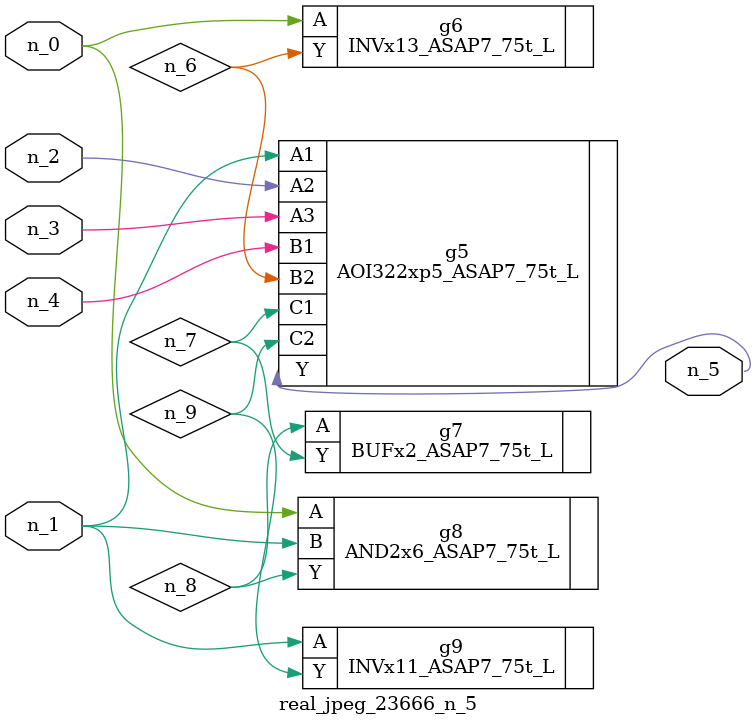
<source format=v>
module real_jpeg_23666_n_5 (n_4, n_0, n_1, n_2, n_3, n_5);

input n_4;
input n_0;
input n_1;
input n_2;
input n_3;

output n_5;

wire n_8;
wire n_6;
wire n_7;
wire n_9;

INVx13_ASAP7_75t_L g6 ( 
.A(n_0),
.Y(n_6)
);

AND2x6_ASAP7_75t_L g8 ( 
.A(n_0),
.B(n_1),
.Y(n_8)
);

AOI322xp5_ASAP7_75t_L g5 ( 
.A1(n_1),
.A2(n_2),
.A3(n_3),
.B1(n_4),
.B2(n_6),
.C1(n_7),
.C2(n_9),
.Y(n_5)
);

INVx11_ASAP7_75t_L g9 ( 
.A(n_1),
.Y(n_9)
);

BUFx2_ASAP7_75t_L g7 ( 
.A(n_8),
.Y(n_7)
);


endmodule
</source>
